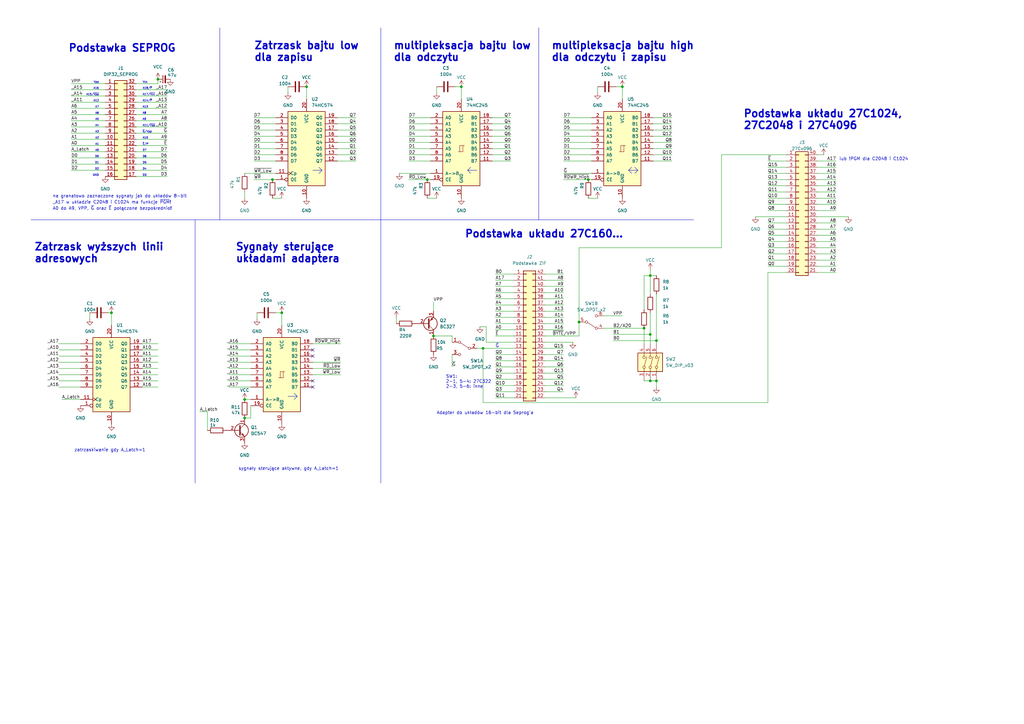
<source format=kicad_sch>
(kicad_sch (version 20230121) (generator eeschema)
  (paper "A3")
  (junction (at 255.27 35.56))
  (junction (at 237.49 132.08))
  (junction (at 177.8 137.795))
  (junction (at 198.12 142.875))
  (junction (at 100.33 171.45))
  (junction (at 241.3 73.66))
  (junction (at 266.7 156.21))
  (junction (at 100.33 163.83))
  (junction (at 269.24 139.7))
  (junction (at 125.73 35.56))
  (junction (at 269.24 156.21))
  (junction (at 266.7 137.16))
  (junction (at 111.76 73.66))
  (junction (at 45.72 128.27))
  (junction (at 266.7 113.03))
  (junction (at 64.77 32.512))
  (junction (at 189.23 35.56))
  (junction (at 264.16 134.62))
  (junction (at 115.57 128.27))
  (junction (at 175.26 73.66))
  (no_connect (at 128.27 143.51))
  (no_connect (at 128.27 158.75))
  (no_connect (at 128.27 146.05))
  (no_connect (at 128.27 156.21))
  (wire (pts (xy 55.88 72.39) (xy 68.58 72.39)))
  (polyline (pts (xy 191.77 69.85) (xy 193.04 68.58)) (stroke (width 0) (type solid)))
  (wire (pts (xy 267.97 60.96) (xy 275.59 60.96)))
  (wire (pts (xy 167.64 73.66) (xy 175.26 73.66)))
  (polyline (pts (xy 156.21 11.43) (xy 156.21 90.17)))
  (wire (pts (xy 93.98 148.59) (xy 102.87 148.59)))
  (wire (pts (xy 185.42 137.795) (xy 185.42 140.335)))
  (wire (pts (xy 231.14 66.04) (xy 242.57 66.04)))
  (polyline (pts (xy 120.65 161.29) (xy 121.92 162.56)) (stroke (width 0) (type solid)))
  (wire (pts (xy 275.59 53.34) (xy 267.97 53.34)))
  (wire (pts (xy 266.7 156.21) (xy 269.24 156.21)))
  (wire (pts (xy 104.14 60.96) (xy 113.03 60.96)))
  (wire (pts (xy 209.55 50.8) (xy 201.93 50.8)))
  (wire (pts (xy 231.14 60.96) (xy 242.57 60.96)))
  (wire (pts (xy 186.69 35.56) (xy 189.23 35.56)))
  (wire (pts (xy 55.88 46.99) (xy 68.58 46.99)))
  (wire (pts (xy 335.28 93.98) (xy 342.9 93.98)))
  (wire (pts (xy 203.2 137.795) (xy 210.82 137.795)))
  (wire (pts (xy 146.05 55.88) (xy 138.43 55.88)))
  (polyline (pts (xy 121.92 162.56) (xy 120.65 163.83)) (stroke (width 0) (type solid)))
  (wire (pts (xy 335.28 86.36) (xy 342.9 86.36)))
  (wire (pts (xy 45.72 128.27) (xy 45.72 133.35)))
  (polyline (pts (xy 260.35 68.58) (xy 261.62 69.85)) (stroke (width 0) (type solid)))
  (wire (pts (xy 223.52 114.935) (xy 231.14 114.935)))
  (wire (pts (xy 241.3 73.66) (xy 242.57 73.66)))
  (wire (pts (xy 29.21 57.15) (xy 43.18 57.15)))
  (polyline (pts (xy 156.21 90.17) (xy 156.21 198.12)))
  (wire (pts (xy 269.24 139.7) (xy 269.24 140.97)))
  (wire (pts (xy 105.41 128.27) (xy 105.41 130.81)))
  (wire (pts (xy 231.14 63.5) (xy 242.57 63.5)))
  (wire (pts (xy 24.13 151.13) (xy 33.02 151.13)))
  (wire (pts (xy 264.16 156.21) (xy 266.7 156.21)))
  (wire (pts (xy 335.28 78.74) (xy 342.9 78.74)))
  (polyline (pts (xy 261.62 69.85) (xy 260.35 71.12)) (stroke (width 0) (type solid)))
  (wire (pts (xy 266.7 113.03) (xy 269.24 113.03)))
  (wire (pts (xy 210.82 135.255) (xy 203.2 135.255)))
  (wire (pts (xy 175.26 73.66) (xy 176.53 73.66)))
  (wire (pts (xy 29.21 59.69) (xy 43.18 59.69)))
  (wire (pts (xy 201.93 58.42) (xy 209.55 58.42)))
  (wire (pts (xy 247.65 134.62) (xy 264.16 134.62)))
  (wire (pts (xy 210.82 158.115) (xy 203.2 158.115)))
  (wire (pts (xy 175.26 81.28) (xy 179.07 81.28)))
  (wire (pts (xy 314.96 71.12) (xy 322.58 71.12)))
  (wire (pts (xy 231.14 73.66) (xy 241.3 73.66)))
  (wire (pts (xy 85.09 176.53) (xy 85.09 168.91)))
  (wire (pts (xy 146.05 48.26) (xy 138.43 48.26)))
  (wire (pts (xy 210.82 120.015) (xy 203.2 120.015)))
  (wire (pts (xy 29.21 34.29) (xy 43.18 34.29)))
  (wire (pts (xy 210.82 150.495) (xy 203.2 150.495)))
  (wire (pts (xy 335.28 83.82) (xy 342.9 83.82)))
  (wire (pts (xy 252.73 35.56) (xy 255.27 35.56)))
  (wire (pts (xy 118.11 35.56) (xy 118.11 38.1)))
  (wire (pts (xy 269.24 156.21) (xy 269.24 158.75)))
  (polyline (pts (xy 132.08 69.85) (xy 128.27 69.85)) (stroke (width 0) (type solid)))
  (wire (pts (xy 146.05 63.5) (xy 138.43 63.5)))
  (wire (pts (xy 236.22 163.195) (xy 223.52 163.195)))
  (wire (pts (xy 210.82 125.095) (xy 203.2 125.095)))
  (wire (pts (xy 100.33 71.12) (xy 113.03 71.12)))
  (wire (pts (xy 104.14 73.66) (xy 111.76 73.66)))
  (wire (pts (xy 314.96 99.06) (xy 322.58 99.06)))
  (wire (pts (xy 176.53 48.26) (xy 167.64 48.26)))
  (wire (pts (xy 314.96 101.6) (xy 322.58 101.6)))
  (wire (pts (xy 199.39 140.335) (xy 210.82 140.335)))
  (wire (pts (xy 167.64 63.5) (xy 176.53 63.5)))
  (wire (pts (xy 55.88 52.07) (xy 68.58 52.07)))
  (wire (pts (xy 146.05 53.34) (xy 138.43 53.34)))
  (wire (pts (xy 176.53 53.34) (xy 167.64 53.34)))
  (wire (pts (xy 314.96 83.82) (xy 322.58 83.82)))
  (wire (pts (xy 189.23 35.56) (xy 189.23 40.64)))
  (wire (pts (xy 275.59 55.88) (xy 267.97 55.88)))
  (polyline (pts (xy 121.92 162.56) (xy 118.11 162.56)) (stroke (width 0) (type solid)))
  (wire (pts (xy 176.53 50.8) (xy 167.64 50.8)))
  (wire (pts (xy 314.96 73.66) (xy 322.58 73.66)))
  (wire (pts (xy 111.76 81.28) (xy 115.57 81.28)))
  (polyline (pts (xy 261.62 69.85) (xy 257.81 69.85)) (stroke (width 0) (type solid)))
  (wire (pts (xy 128.27 151.13) (xy 139.7 151.13)))
  (wire (pts (xy 201.93 66.04) (xy 209.55 66.04)))
  (wire (pts (xy 223.52 125.095) (xy 231.14 125.095)))
  (wire (pts (xy 198.12 165.1) (xy 314.96 165.1)))
  (wire (pts (xy 177.8 137.795) (xy 185.42 137.795)))
  (wire (pts (xy 210.82 155.575) (xy 203.2 155.575)))
  (wire (pts (xy 111.76 73.66) (xy 113.03 73.66)))
  (wire (pts (xy 29.21 62.23) (xy 43.18 62.23)))
  (wire (pts (xy 55.88 41.91) (xy 68.58 41.91)))
  (wire (pts (xy 210.82 160.655) (xy 203.2 160.655)))
  (wire (pts (xy 167.64 66.04) (xy 176.53 66.04)))
  (wire (pts (xy 210.82 122.555) (xy 203.2 122.555)))
  (wire (pts (xy 58.42 143.51) (xy 64.77 143.51)))
  (wire (pts (xy 29.21 39.37) (xy 43.18 39.37)))
  (wire (pts (xy 210.82 117.475) (xy 203.2 117.475)))
  (wire (pts (xy 223.52 127.635) (xy 231.14 127.635)))
  (wire (pts (xy 93.98 156.21) (xy 102.87 156.21)))
  (wire (pts (xy 231.14 153.035) (xy 223.52 153.035)))
  (wire (pts (xy 128.27 140.97) (xy 139.7 140.97)))
  (wire (pts (xy 242.57 53.34) (xy 231.14 53.34)))
  (wire (pts (xy 335.28 81.28) (xy 342.9 81.28)))
  (wire (pts (xy 295.91 101.6) (xy 237.49 101.6)))
  (wire (pts (xy 163.83 71.12) (xy 176.53 71.12)))
  (polyline (pts (xy 220.98 11.43) (xy 220.98 90.17)))
  (wire (pts (xy 146.05 50.8) (xy 138.43 50.8)))
  (wire (pts (xy 55.88 57.15) (xy 68.58 57.15)))
  (wire (pts (xy 231.14 150.495) (xy 223.52 150.495)))
  (wire (pts (xy 185.42 145.415) (xy 185.42 150.495)))
  (wire (pts (xy 314.96 109.22) (xy 322.58 109.22)))
  (wire (pts (xy 314.96 68.58) (xy 322.58 68.58)))
  (wire (pts (xy 210.82 132.715) (xy 203.2 132.715)))
  (polyline (pts (xy 132.08 69.85) (xy 130.81 71.12)) (stroke (width 0) (type solid)))
  (wire (pts (xy 223.52 132.715) (xy 231.14 132.715)))
  (wire (pts (xy 29.21 46.99) (xy 43.18 46.99)))
  (wire (pts (xy 55.88 34.29) (xy 64.77 34.29)))
  (wire (pts (xy 267.97 66.04) (xy 275.59 66.04)))
  (wire (pts (xy 209.55 53.34) (xy 201.93 53.34)))
  (wire (pts (xy 198.12 142.875) (xy 210.82 142.875)))
  (wire (pts (xy 29.21 41.91) (xy 43.18 41.91)))
  (wire (pts (xy 24.13 148.59) (xy 33.02 148.59)))
  (wire (pts (xy 102.87 166.37) (xy 102.87 171.45)))
  (wire (pts (xy 210.82 147.955) (xy 203.2 147.955)))
  (wire (pts (xy 55.88 67.31) (xy 68.58 67.31)))
  (wire (pts (xy 210.82 130.175) (xy 203.2 130.175)))
  (wire (pts (xy 223.52 117.475) (xy 231.14 117.475)))
  (wire (pts (xy 199.39 133.985) (xy 199.39 140.335)))
  (wire (pts (xy 55.88 39.37) (xy 68.58 39.37)))
  (wire (pts (xy 231.14 147.955) (xy 223.52 147.955)))
  (wire (pts (xy 81.915 168.91) (xy 85.09 168.91)))
  (wire (pts (xy 210.82 127.635) (xy 203.2 127.635)))
  (wire (pts (xy 113.03 48.26) (xy 104.14 48.26)))
  (wire (pts (xy 314.96 91.44) (xy 322.58 91.44)))
  (wire (pts (xy 242.57 55.88) (xy 231.14 55.88)))
  (wire (pts (xy 113.03 50.8) (xy 104.14 50.8)))
  (wire (pts (xy 314.96 96.52) (xy 322.58 96.52)))
  (wire (pts (xy 44.45 128.27) (xy 45.72 128.27)))
  (wire (pts (xy 251.46 139.7) (xy 269.24 139.7)))
  (wire (pts (xy 104.14 66.04) (xy 113.03 66.04)))
  (wire (pts (xy 24.13 156.21) (xy 33.02 156.21)))
  (wire (pts (xy 266.7 110.49) (xy 266.7 113.03)))
  (wire (pts (xy 55.88 54.61) (xy 68.58 54.61)))
  (wire (pts (xy 24.13 140.97) (xy 33.02 140.97)))
  (wire (pts (xy 29.21 67.31) (xy 43.18 67.31)))
  (wire (pts (xy 335.28 76.2) (xy 342.9 76.2)))
  (wire (pts (xy 314.96 66.04) (xy 322.58 66.04)))
  (wire (pts (xy 176.53 55.88) (xy 167.64 55.88)))
  (wire (pts (xy 195.58 142.875) (xy 198.12 142.875)))
  (wire (pts (xy 210.82 153.035) (xy 203.2 153.035)))
  (wire (pts (xy 314.96 86.36) (xy 322.58 86.36)))
  (wire (pts (xy 335.28 63.5) (xy 337.82 63.5)))
  (wire (pts (xy 237.49 101.6) (xy 237.49 132.08)))
  (polyline (pts (xy 130.81 68.58) (xy 132.08 69.85)) (stroke (width 0) (type solid)))
  (wire (pts (xy 55.88 36.83) (xy 68.58 36.83)))
  (wire (pts (xy 231.14 158.115) (xy 223.52 158.115)))
  (wire (pts (xy 93.98 153.67) (xy 102.87 153.67)))
  (wire (pts (xy 179.07 35.56) (xy 179.07 38.1)))
  (wire (pts (xy 223.52 120.015) (xy 231.14 120.015)))
  (polyline (pts (xy 90.17 11.43) (xy 90.17 90.17)))
  (wire (pts (xy 24.13 153.67) (xy 33.02 153.67)))
  (wire (pts (xy 24.13 146.05) (xy 33.02 146.05)))
  (wire (pts (xy 128.27 148.59) (xy 139.7 148.59)))
  (wire (pts (xy 29.21 52.07) (xy 43.18 52.07)))
  (wire (pts (xy 58.42 153.67) (xy 64.77 153.67)))
  (wire (pts (xy 266.7 113.03) (xy 266.7 120.65)))
  (wire (pts (xy 146.05 58.42) (xy 138.43 58.42)))
  (wire (pts (xy 167.64 60.96) (xy 176.53 60.96)))
  (wire (pts (xy 314.96 106.68) (xy 322.58 106.68)))
  (wire (pts (xy 231.14 58.42) (xy 242.57 58.42)))
  (wire (pts (xy 223.52 137.795) (xy 237.49 137.795)))
  (wire (pts (xy 210.82 145.415) (xy 203.2 145.415)))
  (wire (pts (xy 335.28 109.22) (xy 342.9 109.22)))
  (wire (pts (xy 335.28 101.6) (xy 342.9 101.6)))
  (wire (pts (xy 267.97 58.42) (xy 275.59 58.42)))
  (wire (pts (xy 93.98 146.05) (xy 102.87 146.05)))
  (wire (pts (xy 335.28 73.66) (xy 342.9 73.66)))
  (wire (pts (xy 55.88 49.53) (xy 68.58 49.53)))
  (wire (pts (xy 162.56 130.175) (xy 162.56 132.715)))
  (wire (pts (xy 100.33 163.83) (xy 102.87 163.83)))
  (wire (pts (xy 29.21 54.61) (xy 43.18 54.61)))
  (wire (pts (xy 266.7 137.16) (xy 266.7 140.97)))
  (wire (pts (xy 237.49 137.795) (xy 237.49 132.08)))
  (wire (pts (xy 314.96 165.1) (xy 314.96 111.76)))
  (wire (pts (xy 231.14 155.575) (xy 223.52 155.575)))
  (wire (pts (xy 266.7 128.27) (xy 266.7 137.16)))
  (wire (pts (xy 314.96 78.74) (xy 322.58 78.74)))
  (wire (pts (xy 58.42 158.75) (xy 64.77 158.75)))
  (wire (pts (xy 209.55 55.88) (xy 201.93 55.88)))
  (polyline (pts (xy 12.7 90.17) (xy 284.48 90.17)))
  (wire (pts (xy 64.77 32.512) (xy 64.77 34.29)))
  (wire (pts (xy 29.21 69.85) (xy 43.18 69.85)))
  (wire (pts (xy 55.88 59.69) (xy 68.58 59.69)))
  (wire (pts (xy 29.21 44.45) (xy 43.18 44.45)))
  (wire (pts (xy 29.21 36.83) (xy 43.18 36.83)))
  (wire (pts (xy 264.16 127) (xy 264.16 113.03)))
  (wire (pts (xy 223.52 112.395) (xy 231.14 112.395)))
  (wire (pts (xy 314.96 81.28) (xy 322.58 81.28)))
  (wire (pts (xy 104.14 63.5) (xy 113.03 63.5)))
  (wire (pts (xy 335.28 106.68) (xy 342.9 106.68)))
  (wire (pts (xy 55.88 69.85) (xy 68.58 69.85)))
  (wire (pts (xy 93.98 143.51) (xy 102.87 143.51)))
  (wire (pts (xy 251.46 137.16) (xy 266.7 137.16)))
  (wire (pts (xy 231.14 145.415) (xy 223.52 145.415)))
  (wire (pts (xy 314.96 93.98) (xy 322.58 93.98)))
  (wire (pts (xy 24.13 158.75) (xy 33.02 158.75)))
  (wire (pts (xy 269.24 120.65) (xy 269.24 139.7)))
  (wire (pts (xy 335.28 88.9) (xy 347.98 88.9)))
  (wire (pts (xy 309.88 88.9) (xy 322.58 88.9)))
  (wire (pts (xy 115.57 128.27) (xy 115.57 133.35)))
  (wire (pts (xy 242.57 48.26) (xy 231.14 48.26)))
  (wire (pts (xy 113.03 55.88) (xy 104.14 55.88)))
  (wire (pts (xy 264.16 140.97) (xy 264.16 134.62)))
  (wire (pts (xy 335.28 66.04) (xy 342.9 66.04)))
  (wire (pts (xy 335.28 111.76) (xy 342.9 111.76)))
  (wire (pts (xy 335.28 91.44) (xy 342.9 91.44)))
  (wire (pts (xy 275.59 48.26) (xy 267.97 48.26)))
  (wire (pts (xy 335.28 99.06) (xy 342.9 99.06)))
  (wire (pts (xy 201.93 60.96) (xy 209.55 60.96)))
  (wire (pts (xy 198.12 142.875) (xy 198.12 165.1)))
  (wire (pts (xy 314.96 111.76) (xy 322.58 111.76)))
  (wire (pts (xy 210.82 163.195) (xy 203.2 163.195)))
  (wire (pts (xy 231.14 160.655) (xy 223.52 160.655)))
  (wire (pts (xy 245.11 35.56) (xy 245.11 38.1)))
  (wire (pts (xy 55.88 64.77) (xy 68.58 64.77)))
  (wire (pts (xy 100.33 171.45) (xy 102.87 171.45)))
  (wire (pts (xy 125.73 35.56) (xy 125.73 40.64)))
  (wire (pts (xy 93.98 158.75) (xy 102.87 158.75)))
  (wire (pts (xy 209.55 48.26) (xy 201.93 48.26)))
  (wire (pts (xy 25.4 163.83) (xy 33.02 163.83)))
  (wire (pts (xy 58.42 151.13) (xy 64.77 151.13)))
  (wire (pts (xy 335.28 96.52) (xy 342.9 96.52)))
  (wire (pts (xy 267.97 63.5) (xy 275.59 63.5)))
  (wire (pts (xy 58.42 148.59) (xy 64.77 148.59)))
  (wire (pts (xy 295.91 63.5) (xy 295.91 101.6)))
  (wire (pts (xy 100.33 81.28) (xy 100.33 78.74)))
  (wire (pts (xy 255.27 35.56) (xy 255.27 40.64)))
  (wire (pts (xy 128.27 153.67) (xy 139.7 153.67)))
  (wire (pts (xy 242.57 50.8) (xy 231.14 50.8)))
  (wire (pts (xy 58.42 140.97) (xy 64.77 140.97)))
  (wire (pts (xy 24.13 143.51) (xy 33.02 143.51)))
  (wire (pts (xy 58.42 146.05) (xy 64.77 146.05)))
  (wire (pts (xy 275.59 50.8) (xy 267.97 50.8)))
  (polyline (pts (xy 259.08 71.12) (xy 257.81 69.85)) (stroke (width 0) (type solid)))
  (wire (pts (xy 247.65 129.54) (xy 255.27 129.54)))
  (wire (pts (xy 335.28 68.58) (xy 342.9 68.58)))
  (wire (pts (xy 231.14 71.12) (xy 242.57 71.12)))
  (wire (pts (xy 314.96 76.2) (xy 322.58 76.2)))
  (wire (pts (xy 223.52 140.335) (xy 234.95 140.335)))
  (wire (pts (xy 196.85 133.985) (xy 199.39 133.985)))
  (wire (pts (xy 113.03 53.34) (xy 104.14 53.34)))
  (wire (pts (xy 55.88 44.45) (xy 68.58 44.45)))
  (wire (pts (xy 223.52 130.175) (xy 231.14 130.175)))
  (wire (pts (xy 210.82 112.395) (xy 203.2 112.395)))
  (wire (pts (xy 201.93 63.5) (xy 209.55 63.5)))
  (wire (pts (xy 36.83 128.27) (xy 36.83 130.81)))
  (polyline (pts (xy 257.81 69.85) (xy 259.08 68.58)) (stroke (width 0) (type solid)))
  (polyline (pts (xy 193.04 71.12) (xy 191.77 69.85)) (stroke (width 0) (type solid)))
  (wire (pts (xy 335.28 71.12) (xy 342.9 71.12)))
  (wire (pts (xy 177.8 123.825) (xy 177.8 127.635)))
  (wire (pts (xy 210.82 114.935) (xy 203.2 114.935)))
  (wire (pts (xy 241.3 81.28) (xy 245.11 81.28)))
  (wire (pts (xy 29.21 49.53) (xy 43.18 49.53)))
  (wire (pts (xy 93.98 140.97) (xy 102.87 140.97)))
  (wire (pts (xy 93.98 151.13) (xy 102.87 151.13)))
  (wire (pts (xy 264.16 113.03) (xy 266.7 113.03)))
  (wire (pts (xy 335.28 104.14) (xy 342.9 104.14)))
  (polyline (pts (xy 80.01 90.17) (xy 80.01 198.12)))
  (wire (pts (xy 295.91 63.5) (xy 322.58 63.5)))
  (wire (pts (xy 104.14 58.42) (xy 113.03 58.42)))
  (wire (pts (xy 29.21 64.77) (xy 43.18 64.77)))
  (polyline (pts (xy 191.77 69.85) (xy 195.58 69.85)) (stroke (width 0) (type solid)))
  (wire (pts (xy 146.05 60.96) (xy 138.43 60.96)))
  (wire (pts (xy 223.52 135.255) (xy 231.14 135.255)))
  (wire (pts (xy 55.88 62.23) (xy 68.58 62.23)))
  (wire (pts (xy 167.64 58.42) (xy 176.53 58.42)))
  (wire (pts (xy 314.96 104.14) (xy 322.58 104.14)))
  (wire (pts (xy 58.42 156.21) (xy 64.77 156.21)))
  (wire (pts (xy 231.14 142.875) (xy 223.52 142.875)))
  (wire (pts (xy 113.03 128.27) (xy 115.57 128.27)))
  (wire (pts (xy 146.05 66.04) (xy 138.43 66.04)))
  (wire (pts (xy 223.52 122.555) (xy 231.14 122.555)))
  (text "Vpp\n\nA16\n\nA15/~{Vpp}\n\nA12\n\nA7\n\nA6\n\nA5\n\nA4\n\nA3\n\nA2\n\nA1\n\nA0\n\nD0\n\nD1\n\nD2\n\nGND" (at 40.64 72.39 0) (effects (font (size 0.79 0.79)) (justify right bottom)))
  (text "zatrzaskiwanie gdy A_Latch=1" (at 30.48 185.42 0) (effects (font (size 1.27 1.27)) (justify left bottom)))
  (text "multipleksacja bajtu high \ndla odczytu i zapisu" (at 226.06 25.4 0) (effects (font (size 3 3) (thickness 0.6) bold) (justify left bottom)))
  (text "Zatrzask wyższych linii \nadresowych" (at 13.97 107.95 0) (effects (font (size 3 3) (thickness 0.6) bold) (justify left bottom)))
  (text "_A17 w układzie C2048 i C1024 ma funkcje ~{PGM}!" (at 21.59 83.82 0) (effects (font (size 1.27 1.27)) (justify left bottom)))
  (text "Sygnały sterujące\nukładami adaptera" (at 96.52 107.95 0) (effects (font (size 3 3) (thickness 0.6) bold) (justify left bottom)))
  (text "Podstawka układu 27C160..." (at 190.5 97.79 0) (effects (font (size 3 3) (thickness 0.6) bold) (justify left bottom)))
  (text "Adapter do układów 16-bit dla Seprog'a" (at 179.07 170.18 0) (effects (font (size 1.27 1.27)) (justify left bottom)))
  (text "Vcc\n\nA18/~{P}\n\nA17/~{Vcc}\n\nA14/~{P}\n\nA13\n\nA8\n\nA9\n\nA11/~{Vpp}\n\n~{G}/Vpp\n\nA10\n\n~{E}/P\n\nD7\n\nD6\n\nD5\n\nD4\n\nD3" (at 58.42 72.39 0) (effects (font (size 0.79 0.79)) (justify left bottom)))
  (text "SW1:\n2-1, 5-4: 27C322\n2-3, 5-6: inne" (at 182.88 159.385 0) (effects (font (size 1.27 1.27)) (justify left bottom)))
  (text "A0 do A9, VPP, ~{G} oraz ~{E} połączone bezpośrednio!" (at 21.59 86.36 0) (effects (font (size 1.27 1.27)) (justify left bottom)))
  (text "~{G}" (at 203.2 142.748 0) (effects (font (size 1.27 1.27)) (justify left bottom)))
  (text "Zatrzask bajtu low \ndla zapisu" (at 104.14 25.4 0) (effects (font (size 3 3) (thickness 0.6) bold) (justify left bottom)))
  (text "multipleksacja bajtu low \ndla odczytu" (at 161.29 25.4 0) (effects (font (size 3 3) (thickness 0.6) bold) (justify left bottom)))
  (text "Podstawka układu 27C1024, \n27C2048 i 27C4096" (at 304.8 53.34 0) (effects (font (size 3 3) (thickness 0.6) bold) (justify left bottom)))
  (text "sygnały sterujące aktywne, gdy A_Latch=1" (at 97.79 193.04 0) (effects (font (size 1.27 1.27)) (justify left bottom)))
  (text "lub !PGM dla C2048 i C1024" (at 344.17 66.04 0) (effects (font (size 1.27 1.27)) (justify left bottom)))
  (text "Podstawka SEPROG" (at 27.94 21.59 0) (effects (font (size 3 3) (thickness 0.6) bold) (justify left bottom)))
  (text "na granatowo zaznaczone sygnały jak do układów 8-bit" (at 21.59 81.28 0) (effects (font (size 1.27 1.27)) (justify left bottom)))
  (label "Q1" (at 209.55 60.96 180))
  (label "A2" (at 29.21 54.61 0))
  (label "Q8" (at 275.59 58.42 180))
  (label "_A15" (at 97.79 143.51 180))
  (label "D1" (at 167.64 60.96 0))
  (label "Q4" (at 209.55 50.8 180))
  (label "Q0" (at 146.05 58.42 180))
  (label "D0" (at 29.21 64.77 0))
  (label "D1" (at 104.14 60.96 0))
  (label "Q14" (at 231.14 147.955 180))
  (label "Q4" (at 146.05 50.8 180))
  (label "Q6" (at 209.55 55.88 180))
  (label "A9" (at 68.58 57.15 180))
  (label "B1" (at 231.14 112.395 180))
  (label "Q15" (at 231.14 142.875 180))
  (label "D1" (at 29.21 67.31 0))
  (label "Q10" (at 275.59 63.5 180))
  (label "~{RDWR_High}" (at 231.14 73.66 0))
  (label "A11" (at 342.9 81.28 180))
  (label "_A16" (at 68.58 39.37 180))
  (label "A13" (at 342.9 76.2 180))
  (label "A15" (at 342.9 71.12 180))
  (label "A10" (at 58.42 143.51 0))
  (label "Q5" (at 231.14 155.575 180))
  (label "Q3" (at 209.55 66.04 180))
  (label "D1" (at 231.14 60.96 0))
  (label "_A12" (at 68.58 44.45 180))
  (label "B1" (at 251.46 137.16 0))
  (label "D2" (at 167.64 63.5 0))
  (label "Q0" (at 209.55 58.42 180))
  (label "_A13" (at 68.58 41.91 180))
  (label "~{WR}" (at 139.7 148.59 180))
  (label "Q8" (at 203.2 147.955 0))
  (label "A5" (at 29.21 46.99 0))
  (label "~{E}" (at 314.96 66.04 0))
  (label "~{BYTE}{slash}VPP" (at 236.22 137.795 180))
  (label "Q12" (at 275.59 55.88 180))
  (label "_A15" (at 29.21 36.83 0))
  (label "_A12" (at 97.79 151.13 180))
  (label "A15" (at 58.42 156.21 0))
  (label "A7" (at 68.58 46.99 180))
  (label "A8" (at 342.9 91.44 180))
  (label "_A15" (at 24.13 156.21 180))
  (label "Q10" (at 203.2 158.115 0))
  (label "A14" (at 58.42 153.67 0))
  (label "_A14" (at 24.13 153.67 180))
  (label "~{RDWR_High}" (at 139.7 140.97 180))
  (label "Q5" (at 146.05 53.34 180))
  (label "Q2" (at 209.55 63.5 180))
  (label "_A17" (at 97.79 158.75 180))
  (label "D5" (at 231.14 53.34 0))
  (label "A4" (at 203.2 125.095 0))
  (label "~{RD_Low}" (at 139.7 151.13 180))
  (label "D0" (at 231.14 58.42 0))
  (label "Q5" (at 209.55 53.34 180))
  (label "A5" (at 203.2 122.555 0))
  (label "D4" (at 231.14 55.88 0))
  (label "D7" (at 68.58 62.23 180))
  (label "A13" (at 231.14 127.635 180))
  (label "Q1" (at 203.2 150.495 0))
  (label "VPP" (at 29.21 34.29 0))
  (label "A10" (at 342.9 83.82 180))
  (label "D4" (at 68.58 69.85 180))
  (label "Q11" (at 203.2 163.195 0))
  (label "_A14" (at 29.21 39.37 0))
  (label "Q1" (at 146.05 60.96 180))
  (label "A10" (at 231.14 120.015 180))
  (label "Q7" (at 146.05 48.26 180))
  (label "B2{slash}A20" (at 251.46 134.62 0))
  (label "A15" (at 231.14 132.715 180))
  (label "A17" (at 342.9 66.04 180))
  (label "A13" (at 58.42 151.13 0))
  (label "_A14" (at 97.79 146.05 180))
  (label "A0" (at 203.2 135.255 0))
  (label "_A16" (at 97.79 140.97 180))
  (label "Q6" (at 231.14 150.495 180))
  (label "_A11" (at 29.21 41.91 0))
  (label "~{WR}" (at 104.14 73.66 0))
  (label "A9" (at 342.9 86.36 180))
  (label "A16" (at 342.9 68.58 180))
  (label "_A10" (at 68.58 52.07 180))
  (label "A3" (at 29.21 52.07 0))
  (label "A_Latch" (at 29.21 62.23 0))
  (label "Q0" (at 203.2 145.415 0))
  (label "_A12" (at 24.13 148.59 180))
  (label "Q15" (at 275.59 48.26 180))
  (label "Q14" (at 314.96 71.12 0))
  (label "~{G}" (at 185.42 150.495 0))
  (label "D0" (at 104.14 58.42 0))
  (label "Q0" (at 314.96 109.22 0))
  (label "VPP" (at 255.27 129.54 180))
  (label "A17" (at 203.2 114.935 0))
  (label "A0" (at 29.21 59.69 0))
  (label "A1" (at 203.2 132.715 0))
  (label "A6" (at 342.9 96.52 180))
  (label "Q7" (at 209.55 48.26 180))
  (label "_A16" (at 24.13 158.75 180))
  (label "D6" (at 104.14 50.8 0))
  (label "D4" (at 104.14 55.88 0))
  (label "A16" (at 231.14 135.255 180))
  (label "D3" (at 231.14 66.04 0))
  (label "Q9" (at 275.59 60.96 180))
  (label "_A11" (at 24.13 146.05 180))
  (label "D5" (at 167.64 53.34 0))
  (label "Q8" (at 314.96 86.36 0))
  (label "Q9" (at 203.2 153.035 0))
  (label "Q13" (at 314.96 73.66 0))
  (label "B0" (at 203.2 112.395 0))
  (label "D3" (at 104.14 66.04 0))
  (label "A14" (at 231.14 130.175 180))
  (label "Q11" (at 314.96 78.74 0))
  (label "Q9" (at 314.96 83.82 0))
  (label "A_Latch" (at 25.4 163.83 0))
  (label "D2" (at 29.21 69.85 0))
  (label "~{E}" (at 203.2 137.795 0))
  (label "A12" (at 58.42 148.59 0))
  (label "D3" (at 68.58 72.39 180))
  (label "A12" (at 342.9 78.74 180))
  (label "Q4" (at 231.14 160.655 180))
  (label "A7" (at 203.2 117.475 0))
  (label "Q12" (at 231.14 158.115 180))
  (label "A6" (at 29.21 44.45 0))
  (label "Q4" (at 314.96 99.06 0))
  (label "A8" (at 68.58 49.53 180))
  (label "A2" (at 342.9 106.68 180))
  (label "A1" (at 29.21 57.15 0))
  (label "Q3" (at 146.05 66.04 180))
  (label "A9" (at 231.14 117.475 180))
  (label "A_Latch" (at 81.915 168.91 0))
  (label "D6" (at 68.58 64.77 180))
  (label "D2" (at 104.14 63.5 0))
  (label "Q5" (at 314.96 96.52 0))
  (label "Q3" (at 203.2 160.655 0))
  (label "A0" (at 342.9 111.76 180))
  (label "Q2" (at 146.05 63.5 180))
  (label "~{G}" (at 68.58 54.61 180))
  (label "Q10" (at 314.96 81.28 0))
  (label "A14" (at 342.9 73.66 180))
  (label "A8" (at 231.14 114.935 180))
  (label "Q14" (at 275.59 50.8 180))
  (label "Q1" (at 314.96 106.68 0))
  (label "_A11" (at 97.79 153.67 180))
  (label "_A17" (at 68.58 36.83 180))
  (label "B0" (at 251.46 139.7 0))
  (label "Q6" (at 314.96 93.98 0))
  (label "_A17" (at 24.13 140.97 180))
  (label "A17" (at 58.42 140.97 0))
  (label "A16" (at 58.42 158.75 0))
  (label "~{G}" (at 231.14 71.12 0))
  (label "Q2" (at 314.96 104.14 0))
  (label "VPP" (at 177.8 123.825 0))
  (label "A1" (at 342.9 109.22 180))
  (label "Q13" (at 231.14 153.035 180))
  (label "_A10" (at 97.79 156.21 180))
  (label "A11" (at 58.42 146.05 0))
  (label "~{E}" (at 68.58 59.69 180))
  (label "Q6" (at 146.05 55.88 180))
  (label "_A10" (at 24.13 143.51 180))
  (label "D6" (at 231.14 50.8 0))
  (label "Q7" (at 231.14 145.415 180))
  (label "A3" (at 203.2 127.635 0))
  (label "Q13" (at 275.59 53.34 180))
  (label "D5" (at 104.14 53.34 0))
  (label "A4" (at 29.21 49.53 0))
  (label "A5" (at 342.9 99.06 180))
  (label "A3" (at 342.9 104.14 180))
  (label "D7" (at 104.14 48.26 0))
  (label "~{WR_Low}" (at 104.14 71.12 0))
  (label "D7" (at 167.64 48.26 0))
  (label "A12" (at 231.14 125.095 180))
  (label "D3" (at 167.64 66.04 0))
  (label "D2" (at 231.14 63.5 0))
  (label "~{WR_Low}" (at 139.7 153.67 180))
  (label "D5" (at 68.58 67.31 180))
  (label "Q7" (at 314.96 91.44 0))
  (label "Q15" (at 314.96 68.58 0))
  (label "~{RD_Low}" (at 167.64 73.66 0))
  (label "Q2" (at 203.2 155.575 0))
  (label "D6" (at 167.64 50.8 0))
  (label "A2" (at 203.2 130.175 0))
  (label "D4" (at 167.64 55.88 0))
  (label "A4" (at 342.9 101.6 180))
  (label "D0" (at 167.64 58.42 0))
  (label "Q11" (at 275.59 66.04 180))
  (label "A6" (at 203.2 120.015 0))
  (label "_A13" (at 24.13 151.13 180))
  (label "Q3" (at 314.96 101.6 0))
  (label "A7" (at 342.9 93.98 180))
  (label "Q12" (at 314.96 76.2 0))
  (label "D7" (at 231.14 48.26 0))
  (label "_A13" (at 97.79 148.59 180))
  (label "A11" (at 231.14 122.555 180))
  (symbol (lib_id "power:GND") (at 33.02 166.37 0) (unit 1)
    (property "Reference" "#PWR0106" (effects hide))
    (property "Value" "GND" (at 33.02 171.45 0))
  )
  (symbol (lib_id "Connector_Generic:Conn_02x21_Counter_Clockwise") (at 215.9 137.795 0) (unit 1)
    (property "Reference" "J2" (at 217.17 105.41 0))
    (property "Value" "Podstawka ZIF" (at 217.17 107.95 0))
    (property "Footprint" "Package_DIP:DIP-42_W15.24mm_Socket_LongPads" (effects hide))
  )
  (symbol (lib_id "power:VCC") (at 266.7 110.49 0) (unit 1)
    (property "Reference" "#PWR0119" (effects hide))
    (property "Value" "VCC" (at 266.7 106.68 0))
  )
  (symbol (lib_id "power:GND") (at 255.27 81.28 0) (unit 1)
    (property "Reference" "#PWR0107" (effects hide))
    (property "Value" "GND" (at 255.27 86.36 0))
  )
  (symbol (lib_id "power:VCC") (at 45.72 128.27 0) (unit 1)
    (property "Reference" "#PWR0108" (effects hide))
    (property "Value" "VCC" (at 45.72 124.46 0))
  )
  (symbol (lib_id "Device:C") (at 40.64 128.27 270) (unit 1)
    (property "Reference" "C1" (at 36.83 124.46 90))
    (property "Value" "100n" (at 36.83 127 90))
    (property "Footprint" "Capacitor_THT:C_Disc_D3.0mm_W2.0mm_P2.50mm" (effects hide))
  )
  (symbol (lib_id "power:GND") (at 347.98 88.9 0) (unit 1)
    (property "Reference" "#PWR0113" (effects hide))
    (property "Value" "GND" (at 347.98 93.98 0))
  )
  (symbol (lib_id "Connector_Generic:Conn_02x20_Counter_Clockwise") (at 327.66 86.36 0) (unit 1)
    (property "Reference" "J3" (at 328.93 58.42 0))
    (property "Value" "27Cx096" (at 328.93 60.96 0))
    (property "Footprint" "Package_DIP:DIP-40_W15.24mm_Socket_LongPads" (effects hide))
  )
  (symbol (lib_id "power:GND") (at 115.57 173.99 0) (unit 1)
    (property "Reference" "#PWR0126" (effects hide))
    (property "Value" "GND" (at 115.57 179.07 0))
  )
  (symbol (lib_id "Device:R") (at 88.9 176.53 90) (unit 1)
    (property "Reference" "R10" (at 89.916 172.339 90) (effects (justify left)))
    (property "Value" "1k" (at 88.519 174.371 90) (effects (justify left)))
    (property "Footprint" "Resistor_THT:R_Axial_DIN0204_L3.6mm_D1.6mm_P5.08mm_Horizontal" (effects hide))
  )
  (symbol (lib_id "Switch:SW_DPDT_x2") (at 242.57 132.08 0) (mirror x) (unit 2)
    (property "Reference" "SW1" (at 242.57 124.46 0))
    (property "Value" "SW_DPDT_x2" (at 242.57 127 0))
    (property "Footprint" "Button_Switch_THT:SW_E-Switch_EG1271_SPDT" (effects hide))
  )
  (symbol (lib_id "Switch:SW_DIP_x03") (at 264.16 148.59 270) (mirror x) (unit 1)
    (property "Reference" "SW2" (at 273.05 147.3199 90) (effects (justify left)))
    (property "Value" "SW_DIP_x03" (at 273.05 149.8599 90) (effects (justify left)))
    (property "Footprint" "Button_Switch_THT:SW_DIP_SPSTx03_Slide_9.78x9.8mm_W7.62mm_P2.54mm" (effects hide))
  )
  (symbol (lib_id "Device:R") (at 266.7 124.46 0) (unit 1)
    (property "Reference" "R7" (at 271.78 123.19 0) (effects (justify left)))
    (property "Value" "1k" (at 271.78 125.73 0) (effects (justify left)))
    (property "Footprint" "Resistor_THT:R_Axial_DIN0204_L3.6mm_D1.6mm_P5.08mm_Horizontal" (effects hide))
  )
  (symbol (lib_id "power:VCC") (at 64.77 32.512 0) (unit 1)
    (property "Reference" "#PWR02" (effects hide))
    (property "Value" "VCC" (at 64.77 27.432 0))
  )
  (symbol (lib_id "Transistor_BJT:BC327") (at 175.26 132.715 0) (mirror x) (unit 1)
    (property "Reference" "Q2" (at 180.34 131.4449 0) (effects (justify left)))
    (property "Value" "BC327" (at 180.34 133.9849 0) (effects (justify left)))
    (property "Footprint" "Package_TO_SOT_THT:TO-92_HandSolder" (effects hide))
    (property "Datasheet" "http://www.onsemi.com/pub_link/Collateral/BC327-D.PDF" (effects hide))
  )
  (symbol (lib_id "Device:C") (at 109.22 128.27 90) (unit 1)
    (property "Reference" "C5" (at 109.22 120.65 90))
    (property "Value" "100n" (at 109.22 123.19 90))
    (property "Footprint" "Capacitor_THT:C_Disc_D3.0mm_W2.0mm_P2.50mm" (effects hide))
  )
  (symbol (lib_id "Switch:SW_DPDT_x2") (at 190.5 142.875 0) (mirror y) (unit 1)
    (property "Reference" "SW1" (at 195.58 147.955 0))
    (property "Value" "SW_DPDT_x2" (at 195.58 150.495 0))
    (property "Footprint" "Button_Switch_THT:SW_E-Switch_EG1271_SPDT" (effects hide))
  )
  (symbol (lib_id "power:VCC") (at 162.56 130.175 0) (unit 1)
    (property "Reference" "#PWR0111" (effects hide))
    (property "Value" "VCC" (at 162.56 126.365 0))
  )
  (symbol (lib_id "Device:R") (at 264.16 130.81 0) (unit 1)
    (property "Reference" "R6" (at 271.78 129.54 0) (effects (justify left)))
    (property "Value" "1k" (at 271.78 132.08 0) (effects (justify left)))
    (property "Footprint" "Resistor_THT:R_Axial_DIN0204_L3.6mm_D1.6mm_P5.08mm_Horizontal" (effects hide))
  )
  (symbol (lib_id "power:GND") (at 43.18 72.39 0) (unit 1)
    (property "Reference" "#PWR01" (effects hide))
    (property "Value" "GND" (at 43.18 77.47 0))
  )
  (symbol (lib_id "74xx:74HC245") (at 115.57 153.67 0) (unit 1)
    (property "Reference" "U3" (at 117.5894 133.35 0) (effects (justify left)))
    (property "Value" "74HC245" (at 117.5894 135.89 0) (effects (justify left)))
    (property "Footprint" "Package_DIP:DIP-20_W7.62mm_Socket_LongPads" (effects hide))
    (property "Datasheet" "http://www.ti.com/lit/gpn/sn74HC245" (effects hide))
  )
  (symbol (lib_id "power:VCC") (at 115.57 81.28 0) (unit 1)
    (property "Reference" "#PWR0127" (effects hide))
    (property "Value" "VCC" (at 115.57 77.47 0))
  )
  (symbol (lib_id "Device:R") (at 175.26 77.47 0) (unit 1)
    (property "Reference" "R3" (at 172.72 77.47 90) (effects (justify left)))
    (property "Value" "47k" (at 170.18 80.01 90) (effects (justify left)))
    (property "Footprint" "Resistor_THT:R_Axial_DIN0204_L3.6mm_D1.6mm_P5.08mm_Horizontal" (effects hide))
  )
  (symbol (lib_id "power:VCC") (at 115.57 128.27 0) (unit 1)
    (property "Reference" "#PWR0121" (effects hide))
    (property "Value" "VCC" (at 115.57 124.46 0))
  )
  (symbol (lib_id "Connector_Generic:Conn_02x16_Counter_Clockwise") (at 48.26 52.07 0) (unit 1)
    (property "Reference" "J1" (at 49.53 27.94 0))
    (property "Value" "DIP32_SEPROG" (at 49.53 30.48 0))
    (property "Footprint" "Package_DIP:DIP-32_W15.24mm_Socket_LongPads" (effects hide))
  )
  (symbol (lib_id "Device:C") (at 248.92 35.56 90) (unit 1)
    (property "Reference" "C4" (at 248.92 27.94 90))
    (property "Value" "100n" (at 248.92 30.48 90))
    (property "Footprint" "Capacitor_THT:C_Disc_D3.0mm_W2.0mm_P2.50mm" (effects hide))
  )
  (symbol (lib_id "Device:R") (at 177.8 141.605 180) (unit 1)
    (property "Reference" "R5" (at 181.61 142.875 0) (effects (justify left)))
    (property "Value" "10k" (at 182.88 140.335 0) (effects (justify left)))
    (property "Footprint" "Resistor_THT:R_Axial_DIN0204_L3.6mm_D1.6mm_P5.08mm_Horizontal" (effects hide))
  )
  (symbol (lib_id "power:GND") (at 69.85 32.512 0) (unit 1)
    (property "Reference" "#PWR04" (effects hide))
    (property "Value" "GND" (at 69.85 37.592 0))
  )
  (symbol (lib_id "74xx:74HC245") (at 255.27 60.96 0) (unit 1)
    (property "Reference" "U5" (at 257.2894 40.64 0) (effects (justify left)))
    (property "Value" "74HC245" (at 257.2894 43.18 0) (effects (justify left)))
    (property "Footprint" "Package_DIP:DIP-20_W7.62mm_Socket_LongPads" (effects hide))
    (property "Datasheet" "http://www.ti.com/lit/gpn/sn74HC245" (effects hide))
  )
  (symbol (lib_id "power:GND") (at 125.73 81.28 0) (unit 1)
    (property "Reference" "#PWR0110" (effects hide))
    (property "Value" "GND" (at 125.73 86.36 0))
  )
  (symbol (lib_id "power:GND") (at 163.83 71.12 0) (unit 1)
    (property "Reference" "#PWR0124" (effects hide))
    (property "Value" "GND" (at 163.83 76.2 0))
  )
  (symbol (lib_id "power:GND") (at 45.72 173.99 0) (unit 1)
    (property "Reference" "#PWR0105" (effects hide))
    (property "Value" "GND" (at 45.72 179.07 0))
  )
  (symbol (lib_id "Device:R") (at 269.24 116.84 0) (unit 1)
    (property "Reference" "R8" (at 271.78 115.5699 0) (effects (justify left)))
    (property "Value" "1k" (at 271.78 118.1099 0) (effects (justify left)))
    (property "Footprint" "Resistor_THT:R_Axial_DIN0204_L3.6mm_D1.6mm_P5.08mm_Horizontal" (effects hide))
  )
  (symbol (lib_id "Device:R") (at 111.76 77.47 0) (unit 1)
    (property "Reference" "R2" (at 109.22 77.47 90) (effects (justify left)))
    (property "Value" "47k" (at 106.68 80.01 90) (effects (justify left)))
    (property "Footprint" "Resistor_THT:R_Axial_DIN0204_L3.6mm_D1.6mm_P5.08mm_Horizontal" (effects hide))
  )
  (symbol (lib_id "74xx:74HCT574") (at 45.72 153.67 0) (unit 1)
    (property "Reference" "U1" (at 47.7394 133.35 0) (effects (justify left)))
    (property "Value" "74HC574" (at 47.7394 135.89 0) (effects (justify left)))
    (property "Footprint" "Package_DIP:DIP-20_W7.62mm_Socket_LongPads" (effects hide))
    (property "Datasheet" "http://www.ti.com/lit/gpn/sn74HCT574" (effects hide))
  )
  (symbol (lib_id "power:GND") (at 177.8 145.415 0) (unit 1)
    (property "Reference" "#PWR0112" (effects hide))
    (property "Value" "GND" (at 177.8 150.495 0))
  )
  (symbol (lib_id "power:GND") (at 118.11 38.1 0) (unit 1)
    (property "Reference" "#PWR0104" (effects hide))
    (property "Value" "GND" (at 118.11 43.18 0))
  )
  (symbol (lib_id "power:VCC") (at 245.11 81.28 0) (unit 1)
    (property "Reference" "#PWR0129" (effects hide))
    (property "Value" "VCC" (at 245.11 77.47 0))
  )
  (symbol (lib_id "power:VCC") (at 189.23 35.56 0) (unit 1)
    (property "Reference" "#PWR0101" (effects hide))
    (property "Value" "VCC" (at 189.23 31.75 0))
  )
  (symbol (lib_id "power:GND") (at 245.11 38.1 0) (unit 1)
    (property "Reference" "#PWR0125" (effects hide))
    (property "Value" "GND" (at 245.11 43.18 0))
  )
  (symbol (lib_id "power:GND") (at 179.07 38.1 0) (unit 1)
    (property "Reference" "#PWR0102" (effects hide))
    (property "Value" "GND" (at 179.07 43.18 0))
  )
  (symbol (lib_id "74xx:74HC245") (at 189.23 60.96 0) (unit 1)
    (property "Reference" "U4" (at 191.2494 40.64 0) (effects (justify left)))
    (property "Value" "74HC245" (at 191.2494 43.18 0) (effects (justify left)))
    (property "Footprint" "Package_DIP:DIP-20_W7.62mm_Socket_LongPads" (effects hide))
    (property "Datasheet" "http://www.ti.com/lit/gpn/sn74HC245" (effects hide))
  )
  (symbol (lib_id "power:GND") (at 105.41 130.81 0) (unit 1)
    (property "Reference" "#PWR0130" (effects hide))
    (property "Value" "GND" (at 105.41 135.89 0))
  )
  (symbol (lib_id "power:VCC") (at 236.22 163.195 0) (unit 1)
    (property "Reference" "#PWR0116" (effects hide))
    (property "Value" "VCC" (at 236.22 159.385 0))
  )
  (symbol (lib_id "Device:R") (at 100.33 167.64 0) (unit 1)
    (property "Reference" "R11" (at 94.742 167.005 0) (effects (justify left)))
    (property "Value" "47k" (at 94.869 169.291 0) (effects (justify left)))
    (property "Footprint" "Resistor_THT:R_Axial_DIN0204_L3.6mm_D1.6mm_P5.08mm_Horizontal" (effects hide))
  )
  (symbol (lib_id "Device:C") (at 121.92 35.56 270) (unit 1)
    (property "Reference" "C2" (at 116.84 31.75 90))
    (property "Value" "100n" (at 116.84 34.29 90))
    (property "Footprint" "Capacitor_THT:C_Disc_D3.0mm_W2.0mm_P2.50mm" (effects hide))
  )
  (symbol (lib_id "power:VCC") (at 255.27 35.56 0) (unit 1)
    (property "Reference" "#PWR0123" (effects hide))
    (property "Value" "VCC" (at 255.27 31.75 0))
  )
  (symbol (lib_id "Device:R") (at 100.33 74.93 0) (unit 1)
    (property "Reference" "R1" (at 97.79 74.93 90) (effects (justify left)))
    (property "Value" "47k" (at 95.25 77.47 90) (effects (justify left)))
    (property "Footprint" "Resistor_THT:R_Axial_DIN0204_L3.6mm_D1.6mm_P5.08mm_Horizontal" (effects hide))
  )
  (symbol (lib_id "power:GND") (at 36.83 130.81 0) (unit 1)
    (property "Reference" "#PWR0109" (effects hide))
    (property "Value" "GND" (at 36.83 135.89 0))
  )
  (symbol (lib_id "power:GND") (at 100.33 181.61 0) (unit 1)
    (property "Reference" "#PWR03" (effects hide))
    (property "Value" "GND" (at 100.33 186.69 0))
  )
  (symbol (lib_id "power:VCC") (at 125.73 35.56 0) (unit 1)
    (property "Reference" "#PWR0103" (effects hide))
    (property "Value" "VCC" (at 125.73 31.75 0))
  )
  (symbol (lib_id "power:GND") (at 100.33 81.28 0) (mirror y) (unit 1)
    (property "Reference" "#PWR0132" (effects hide))
    (property "Value" "GND" (at 100.33 86.36 0))
  )
  (symbol (lib_id "Device:C") (at 182.88 35.56 270) (unit 1)
    (property "Reference" "C3" (at 182.88 27.94 90))
    (property "Value" "100n" (at 182.88 30.48 90))
    (property "Footprint" "Capacitor_THT:C_Disc_D3.0mm_W2.0mm_P2.50mm" (effects hide))
  )
  (symbol (lib_id "Transistor_BJT:BC547") (at 97.79 176.53 0) (unit 1)
    (property "Reference" "Q1" (at 102.87 175.2599 0) (effects (justify left)))
    (property "Value" "BC547" (at 102.87 177.7999 0) (effects (justify left)))
    (property "Footprint" "Package_TO_SOT_THT:TO-92_HandSolder" (effects hide))
    (property "Datasheet" "https://www.onsemi.com/pub/Collateral/BC550-D.pdf" (effects hide))
  )
  (symbol (lib_id "74xx:74HCT574") (at 125.73 60.96 0) (unit 1)
    (property "Reference" "U2" (at 127.7494 40.64 0) (effects (justify left)))
    (property "Value" "74HC574" (at 127.7494 43.18 0) (effects (justify left)))
    (property "Footprint" "Package_DIP:DIP-20_W7.62mm_Socket_LongPads" (effects hide))
    (property "Datasheet" "http://www.ti.com/lit/gpn/sn74HCT574" (effects hide))
  )
  (symbol (lib_id "Device:C_Polarized_Small") (at 67.31 32.512 90) (unit 1)
    (property "Reference" "C6" (at 70.104 28.702 90))
    (property "Value" "47u" (at 70.612 30.734 90))
    (property "Footprint" "Capacitor_THT:CP_Radial_D5.0mm_P2.50mm" (effects hide))
  )
  (symbol (lib_id "power:GND") (at 234.95 140.335 0) (unit 1)
    (property "Reference" "#PWR0117" (effects hide))
    (property "Value" "GND" (at 234.95 145.415 0))
  )
  (symbol (lib_id "power:VCC") (at 100.33 163.83 0) (unit 1)
    (property "Reference" "#PWR0131" (effects hide))
    (property "Value" "VCC" (at 100.33 160.02 0))
  )
  (symbol (lib_id "power:GND") (at 309.88 88.9 0) (unit 1)
    (property "Reference" "#PWR0114" (effects hide))
    (property "Value" "GND" (at 309.88 93.98 0))
  )
  (symbol (lib_id "power:GND") (at 196.85 133.985 0) (unit 1)
    (property "Reference" "#PWR0120" (effects hide))
    (property "Value" "GND" (at 196.85 139.065 0))
  )
  (symbol (lib_id "power:VCC") (at 179.07 81.28 0) (unit 1)
    (property "Reference" "#PWR0128" (effects hide))
    (property "Value" "VCC" (at 179.07 77.47 0))
  )
  (symbol (lib_id "power:GND") (at 269.24 158.75 0) (unit 1)
    (property "Reference" "#PWR0118" (effects hide))
    (property "Value" "GND" (at 269.24 163.83 0))
  )
  (symbol (lib_id "power:VCC") (at 337.82 63.5 0) (unit 1)
    (property "Reference" "#PWR0115" (effects hide))
    (property "Value" "VCC" (at 337.82 59.69 0))
  )
  (symbol (lib_id "power:GND") (at 189.23 81.28 0) (unit 1)
    (property "Reference" "#PWR0122" (effects hide))
    (property "Value" "GND" (at 189.23 86.36 0))
  )
  (symbol (lib_id "Device:R") (at 166.37 132.715 90) (unit 1)
    (property "Reference" "R4" (at 166.37 135.255 90) (effects (justify left)))
    (property "Value" "220R" (at 168.91 137.795 90) (effects (justify left)))
    (property "Footprint" "Resistor_THT:R_Axial_DIN0204_L3.6mm_D1.6mm_P5.08mm_Horizontal" (effects hide))
  )
  (symbol (lib_id "Device:R") (at 241.3 77.47 0) (unit 1)
    (property "Reference" "R9" (at 238.76 77.47 90) (effects (justify left)))
    (property "Value" "47k" (at 236.22 80.01 90) (effects (justify left)))
    (property "Footprint" "Resistor_THT:R_Axial_DIN0204_L3.6mm_D1.6mm_P5.08mm_Horizontal" (effects hide))
  )
)
</source>
